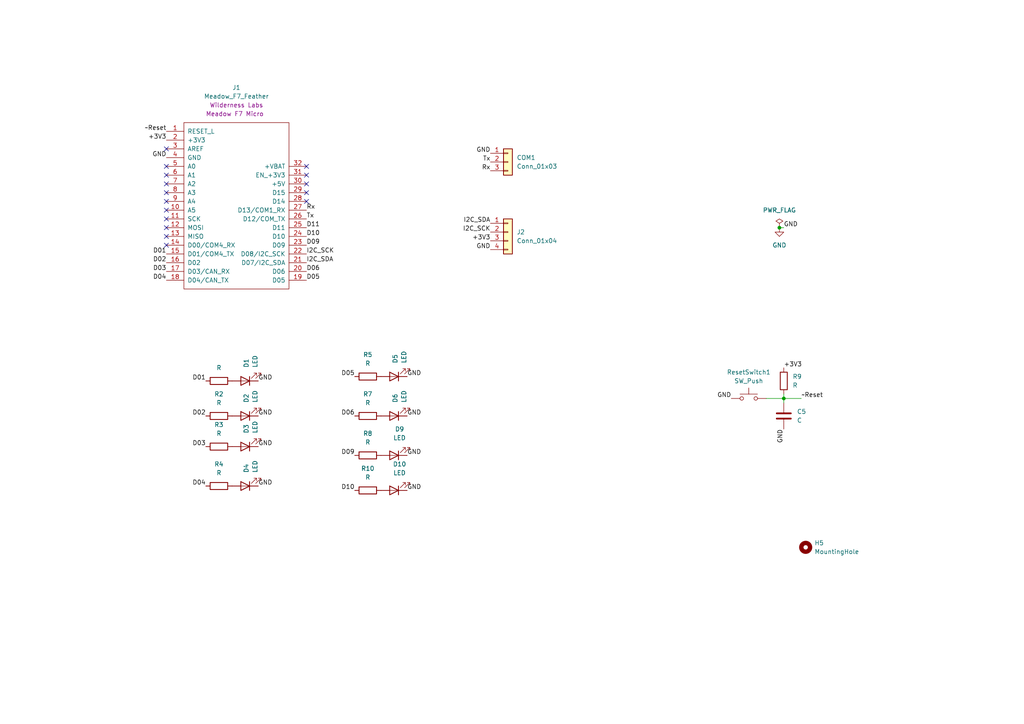
<source format=kicad_sch>
(kicad_sch (version 20230121) (generator eeschema)
  (paper "A4")
  (lib_symbols
    (symbol "Connector_Generic:Conn_01x03" (pin_names (offset 1.016) hide)
      (property "Reference" "J" (at 0 5.08 0))
      (property "Value" "Conn_01x03" (at 0 -5.08 0))
      (symbol "Conn_01x03_1_1"
        (rectangle (start -1.27 -2.413) (end 0 -2.667) (stroke (width 0.1524)))
        (rectangle (start -1.27 0.127) (end 0 -0.127) (stroke (width 0.1524)))
        (rectangle (start -1.27 2.667) (end 0 2.413) (stroke (width 0.1524)))
        (rectangle (start -1.27 3.81) (end 1.27 -3.81) (stroke (width 0.254)) (fill (type background)))
        (pin passive line (at -5.08 2.54 0) (length 3.81) (name "Pin_1") (number "1"))
        (pin passive line (at -5.08 0 0) (length 3.81) (name "Pin_2") (number "2"))
        (pin passive line (at -5.08 -2.54 0) (length 3.81) (name "Pin_3") (number "3"))
      )
    )
    (symbol "Connector_Generic:Conn_01x04" (pin_names (offset 1.016) hide)
      (property "Reference" "J" (at 0 5.08 0))
      (property "Value" "Conn_01x04" (at 0 -7.62 0))
      (symbol "Conn_01x04_1_1"
        (rectangle (start -1.27 -4.953) (end 0 -5.207) (stroke (width 0.1524)))
        (rectangle (start -1.27 -2.413) (end 0 -2.667) (stroke (width 0.1524)))
        (rectangle (start -1.27 0.127) (end 0 -0.127) (stroke (width 0.1524)))
        (rectangle (start -1.27 2.667) (end 0 2.413) (stroke (width 0.1524)))
        (rectangle (start -1.27 3.81) (end 1.27 -6.35) (stroke (width 0.254)) (fill (type background)))
        (pin passive line (at -5.08 2.54 0) (length 3.81) (name "Pin_1") (number "1"))
        (pin passive line (at -5.08 0 0) (length 3.81) (name "Pin_2") (number "2"))
        (pin passive line (at -5.08 -2.54 0) (length 3.81) (name "Pin_3") (number "3"))
        (pin passive line (at -5.08 -5.08 0) (length 3.81) (name "Pin_4") (number "4"))
      )
    )
    (symbol "Device:C" (pin_numbers hide) (pin_names (offset 0.254))
      (property "Reference" "C" (at 0.635 2.54 0))
      (property "Value" "C" (at 0.635 -2.54 0))
      (symbol "C_0_1"
        (polyline (pts (xy -2.032 -0.762) (xy 2.032 -0.762)) (stroke (width 0.508)))
        (polyline (pts (xy -2.032 0.762) (xy 2.032 0.762)) (stroke (width 0.508)))
      )
      (symbol "C_1_1"
        (pin passive line (at 0 3.81 270) (length 2.794) (name "~") (number "1"))
        (pin passive line (at 0 -3.81 90) (length 2.794) (name "~") (number "2"))
      )
    )
    (symbol "Device:LED" (pin_numbers hide) (pin_names (offset 1.016) hide)
      (property "Reference" "D" (at 0 2.54 0))
      (property "Value" "LED" (at 0 -2.54 0))
      (symbol "LED_0_1"
        (polyline (pts (xy -1.27 -1.27) (xy -1.27 1.27)) (stroke (width 0.254)))
        (polyline (pts (xy -1.27 0) (xy 1.27 0)))
        (polyline (pts (xy 1.27 -1.27) (xy 1.27 1.27) (xy -1.27 0) (xy 1.27 -1.27)) (stroke (width 0.254)))
        (polyline (pts (xy -3.048 -0.762) (xy -4.572 -2.286) (xy -3.81 -2.286) (xy -4.572 -2.286) (xy -4.572 -1.524)))
        (polyline (pts (xy -1.778 -0.762) (xy -3.302 -2.286) (xy -2.54 -2.286) (xy -3.302 -2.286) (xy -3.302 -1.524)))
      )
      (symbol "LED_1_1"
        (pin passive line (at -3.81 0 0) (length 2.54) (name "K") (number "1"))
        (pin passive line (at 3.81 0 180) (length 2.54) (name "A") (number "2"))
      )
    )
    (symbol "Device:R" (pin_numbers hide) (pin_names (offset 0))
      (property "Reference" "R" (at 2.032 0 90))
      (property "Value" "R" (at 0 0 90))
      (symbol "R_0_1"
        (rectangle (start -1.016 -2.54) (end 1.016 2.54) (stroke (width 0.254)))
      )
      (symbol "R_1_1"
        (pin passive line (at 0 3.81 270) (length 1.27) (name "~") (number "1"))
        (pin passive line (at 0 -3.81 90) (length 1.27) (name "~") (number "2"))
      )
    )
    (symbol "MCU_Wilderness_Labs:Meadow_F7_Feather" (pin_names (offset 1.016))
      (property "Reference" "J" (at 19.05 10.16 0))
      (property "Value" "Meadow_F7_Feather" (at 20.32 -43.18 0))
      (property "MF" "Wilderness Labs" (at 12.7 12.7 0))
      (property "PN" "Meadow F7 Micro " (at 30.48 12.7 0))
      (symbol "Meadow_F7_Feather_0_1"
        (rectangle (start 5.08 7.62) (end 35.56 -40.64))
      )
      (symbol "Meadow_F7_Feather_1_1"
        (pin input line (at 0 5.08 0) (length 5.08) (name "RESET_L") (number "1"))
        (pin bidirectional line (at 0 -17.78 0) (length 5.08) (name "A5") (number "10"))
        (pin bidirectional line (at 0 -20.32 0) (length 5.08) (name "SCK") (number "11"))
        (pin bidirectional line (at 0 -22.86 0) (length 5.08) (name "MOSI") (number "12"))
        (pin bidirectional line (at 0 -25.4 0) (length 5.08) (name "MISO") (number "13"))
        (pin bidirectional line (at 0 -27.94 0) (length 5.08) (name "D00/COM4_RX") (number "14"))
        (pin bidirectional line (at 0 -30.48 0) (length 5.08) (name "D01/COM4_TX") (number "15"))
        (pin bidirectional line (at 0 -33.02 0) (length 5.08) (name "D02") (number "16"))
        (pin bidirectional line (at 0 -35.56 0) (length 5.08) (name "D03/CAN_RX") (number "17"))
        (pin bidirectional line (at 0 -38.1 0) (length 5.08) (name "D04/CAN_TX") (number "18"))
        (pin bidirectional line (at 40.64 -38.1 180) (length 5.08) (name "D05") (number "19"))
        (pin power_out line (at 0 2.54 0) (length 5.08) (name "+3V3") (number "2"))
        (pin bidirectional line (at 40.64 -35.56 180) (length 5.08) (name "D06") (number "20"))
        (pin bidirectional line (at 40.64 -33.02 180) (length 5.08) (name "D07/I2C_SDA") (number "21"))
        (pin bidirectional line (at 40.64 -30.48 180) (length 5.08) (name "D08/I2C_SCK") (number "22"))
        (pin bidirectional line (at 40.64 -27.94 180) (length 5.08) (name "D09") (number "23"))
        (pin bidirectional line (at 40.64 -25.4 180) (length 5.08) (name "D10") (number "24"))
        (pin bidirectional line (at 40.64 -22.86 180) (length 5.08) (name "D11") (number "25"))
        (pin bidirectional line (at 40.64 -20.32 180) (length 5.08) (name "D12/COM_TX") (number "26"))
        (pin bidirectional line (at 40.64 -17.78 180) (length 5.08) (name "D13/COM1_RX") (number "27"))
        (pin bidirectional line (at 40.64 -15.24 180) (length 5.08) (name "D14") (number "28"))
        (pin bidirectional line (at 40.64 -12.7 180) (length 5.08) (name "D15") (number "29"))
        (pin power_in line (at 0 0 0) (length 5.08) (name "AREF") (number "3"))
        (pin power_in line (at 40.64 -10.16 180) (length 5.08) (name "+5V") (number "30"))
        (pin input line (at 40.64 -7.62 180) (length 5.08) (name "EN_+3V3") (number "31"))
        (pin power_in line (at 40.64 -5.08 180) (length 5.08) (name "+VBAT") (number "32"))
        (pin power_in line (at 0 -2.54 0) (length 5.08) (name "GND") (number "4"))
        (pin bidirectional line (at 0 -5.08 0) (length 5.08) (name "A0") (number "5"))
        (pin bidirectional line (at 0 -7.62 0) (length 5.08) (name "A1") (number "6"))
        (pin input line (at 0 -10.16 0) (length 5.08) (name "A2") (number "7"))
        (pin bidirectional line (at 0 -12.7 0) (length 5.08) (name "A3") (number "8"))
        (pin bidirectional line (at 0 -15.24 0) (length 5.08) (name "A4") (number "9"))
      )
    )
    (symbol "Mechanical:MountingHole" (pin_names (offset 1.016))
      (property "Reference" "H" (at 0 5.08 0))
      (property "Value" "MountingHole" (at 0 3.175 0))
      (symbol "MountingHole_0_1"
        (circle (center 0 0) (radius 1.27) (stroke (width 1.27)))
      )
    )
    (symbol "Switch:SW_Push" (pin_numbers hide) (pin_names (offset 1.016) hide)
      (property "Reference" "SW" (at 1.27 2.54 0))
      (property "Value" "SW_Push" (at 0 -1.524 0))
      (symbol "SW_Push_0_1"
        (circle (center -2.032 0) (radius 0.508))
        (polyline (pts (xy 0 1.27) (xy 0 3.048)))
        (polyline (pts (xy 2.54 1.27) (xy -2.54 1.27)))
        (circle (center 2.032 0) (radius 0.508))
        (pin passive line (at -5.08 0 0) (length 2.54) (name "1") (number "1"))
        (pin passive line (at 5.08 0 180) (length 2.54) (name "2") (number "2"))
      )
    )
    (symbol "power:GND" (power) (pin_names (offset 0))
      (property "Value" "GND" (at 0 -3.81 0))
      (symbol "GND_0_1"
        (polyline (pts (xy 0 0) (xy 0 -1.27) (xy 1.27 -1.27) (xy 0 -2.54) (xy -1.27 -1.27) (xy 0 -1.27)))
      )
      (symbol "GND_1_1"
        (pin power_in line (at 0 0 270) (length 0) hide (name "GND") (number "1"))
      )
    )
    (symbol "power:PWR_FLAG" (power) (pin_numbers hide) (pin_names (offset 0) hide)
      (property "Value" "PWR_FLAG" (at 0 3.81 0))
      (symbol "PWR_FLAG_0_0"
        (pin power_out line (at 0 0 90) (length 0) (name "pwr") (number "1"))
      )
      (symbol "PWR_FLAG_0_1"
        (polyline (pts (xy 0 0) (xy 0 1.27) (xy -1.016 1.905) (xy 0 2.54) (xy 1.016 1.905) (xy 0 1.27)))
      )
    )
  )
  (junction (at 227.33 115.57))
  (junction (at 226.06 66.04))
  (no_connect (at 48.26 71.12))
  (no_connect (at 48.26 63.5))
  (no_connect (at 48.26 58.42))
  (no_connect (at 48.26 60.96))
  (no_connect (at 88.9 50.8))
  (no_connect (at 88.9 55.88))
  (no_connect (at 48.26 50.8))
  (no_connect (at 88.9 48.26))
  (no_connect (at 48.26 55.88))
  (no_connect (at 48.26 43.18))
  (no_connect (at 48.26 48.26))
  (no_connect (at 88.9 58.42))
  (no_connect (at 48.26 68.58))
  (no_connect (at 48.26 53.34))
  (no_connect (at 48.26 66.04))
  (no_connect (at 88.9 53.34))
  (wire (pts (xy 227.33 66.04) (xy 226.06 66.04)))
  (wire (pts (xy 227.33 115.57) (xy 227.33 114.3)))
  (wire (pts (xy 227.33 115.57) (xy 227.33 116.84)))
  (wire (pts (xy 222.25 115.57) (xy 227.33 115.57)))
  (wire (pts (xy 227.33 115.57) (xy 232.41 115.57)))
  (label "Rx" (at 88.9 60.96 0))
  (label "Tx" (at 142.24 46.99 180))
  (label "D04" (at 59.69 140.97 180))
  (label "D09" (at 102.87 132.08 180))
  (label "GND" (at 227.33 124.46 270))
  (label "I2C_SCK" (at 142.24 67.31 180))
  (label "D03" (at 48.26 78.74 180))
  (label "GND" (at 142.24 44.45 180))
  (label "D03" (at 59.69 129.54 180))
  (label "GND" (at 118.11 109.22 0))
  (label "GND" (at 118.11 132.08 0))
  (label "GND" (at 74.93 140.97 0))
  (label "+3V3" (at 142.24 69.85 180))
  (label "GND" (at 74.93 120.65 0))
  (label "GND" (at 118.11 142.24 0))
  (label "~Reset" (at 232.41 115.57 0))
  (label "D06" (at 88.9 78.74 0))
  (label "GND" (at 118.11 120.65 0))
  (label "GND" (at 48.26 45.72 180))
  (label "D05" (at 88.9 81.28 0))
  (label "GND" (at 74.93 129.54 0))
  (label "GND" (at 212.09 115.57 180))
  (label "GND" (at 227.33 66.04 0))
  (label "D02" (at 59.69 120.65 180))
  (label "D04" (at 48.26 81.28 180))
  (label "D10" (at 88.9 68.58 0))
  (label "GND" (at 74.93 110.49 0))
  (label "Rx" (at 142.24 49.53 180))
  (label "I2C_SCK" (at 88.9 73.66 0))
  (label "D01" (at 48.26 73.66 180))
  (label "+3V3" (at 48.26 40.64 180))
  (label "D05" (at 102.87 109.22 180))
  (label "D10" (at 102.87 142.24 180))
  (label "D11" (at 88.9 66.04 0))
  (label "~Reset" (at 48.26 38.1 180))
  (label "D02" (at 48.26 76.2 180))
  (label "+3V3" (at 227.33 106.68 0))
  (label "I2C_SDA" (at 88.9 76.2 0))
  (label "Tx" (at 88.9 63.5 0))
  (label "GND" (at 142.24 72.39 180))
  (label "D06" (at 102.87 120.65 180))
  (label "D09" (at 88.9 71.12 0))
  (label "I2C_SDA" (at 142.24 64.77 180))
  (label "D01" (at 59.69 110.49 180))
  (symbol (lib_id "power:PWR_FLAG") (at 226.06 66.04 0) (unit 1)
    (property "Reference" "#FLG02" (effects hide))
    (property "Value" "PWR_FLAG" (at 226.06 60.96 0))
  )
  (symbol (lib_id "Device:R") (at 106.68 132.08 90) (unit 1)
    (property "Reference" "R8" (at 106.68 125.73 90))
    (property "Value" "R" (at 106.68 128.27 90))
    (property "Footprint" "Resistor_SMD:R_0603_1608Metric_Pad0.98x0.95mm_HandSolder" (effects hide))
  )
  (symbol (lib_id "Connector_Generic:Conn_01x03") (at 147.32 46.99 0) (unit 1)
    (property "Reference" "COM1" (at 149.86 45.72 0) (effects (justify left)))
    (property "Value" "Conn_01x03" (at 149.86 48.26 0) (effects (justify left)))
    (property "Footprint" "Connector_PinHeader_2.54mm:PinHeader_1x03_P2.54mm_Vertical" (effects hide))
  )
  (symbol (lib_id "Device:LED") (at 71.12 140.97 180) (unit 1)
    (property "Reference" "D4" (at 71.4375 137.16 90) (effects (justify right)))
    (property "Value" "LED" (at 73.9775 137.16 90) (effects (justify right)))
    (property "Footprint" "LED_SMD:LED_0603_1608Metric_Pad1.05x0.95mm_HandSolder" (effects hide))
  )
  (symbol (lib_id "MCU_Wilderness_Labs:Meadow_F7_Feather") (at 48.26 43.18 0) (unit 1)
    (property "Reference" "J1" (at 68.58 25.4 0))
    (property "Value" "Meadow_F7_Feather" (at 68.58 27.94 0))
    (property "Footprint" "MCU_WildernessLabs:MeadowF7MicroFeatherOutline" (effects hide))
    (property "Datasheet" "https://store.wildernesslabs.co/collections/frontpage/products/meadow-f7" (effects hide))
    (property "MF" "Wilderness Labs" (at 68.58 30.48 0))
    (property "PN" "Meadow F7 Micro " (at 68.58 33.02 0))
  )
  (symbol (lib_id "Device:LED") (at 71.12 129.54 180) (unit 1)
    (property "Reference" "D3" (at 71.4375 125.73 90) (effects (justify right)))
    (property "Value" "LED" (at 73.9775 125.73 90) (effects (justify right)))
    (property "Footprint" "LED_SMD:LED_0603_1608Metric_Pad1.05x0.95mm_HandSolder" (effects hide))
  )
  (symbol (lib_id "Device:C") (at 227.33 120.65 0) (unit 1)
    (property "Reference" "C5" (at 231.14 119.38 0) (effects (justify left)))
    (property "Value" "C" (at 231.14 121.92 0) (effects (justify left)))
    (property "Footprint" "Capacitor_SMD:C_0603_1608Metric_Pad1.08x0.95mm_HandSolder" (effects hide))
  )
  (symbol (lib_id "Device:R") (at 63.5 140.97 90) (unit 1)
    (property "Reference" "R4" (at 63.5 134.62 90))
    (property "Value" "R" (at 63.5 137.16 90))
    (property "Footprint" "Resistor_SMD:R_0603_1608Metric_Pad0.98x0.95mm_HandSolder" (effects hide))
  )
  (symbol (lib_id "Mechanical:MountingHole") (at 233.68 158.75 0) (unit 1)
    (property "Reference" "H5" (at 236.22 157.48 0) (effects (justify left)))
    (property "Value" "MountingHole" (at 236.22 160.02 0) (effects (justify left)))
    (property "Footprint" "MountingHole:MountingHole_2.5mm" (effects hide))
  )
  (symbol (lib_id "Device:LED") (at 114.3 120.65 180) (unit 1)
    (property "Reference" "D6" (at 114.6175 116.84 90) (effects (justify right)))
    (property "Value" "LED" (at 117.1575 116.84 90) (effects (justify right)))
    (property "Footprint" "LED_SMD:LED_0603_1608Metric_Pad1.05x0.95mm_HandSolder" (effects hide))
  )
  (symbol (lib_id "Device:LED") (at 71.12 110.49 180) (unit 1)
    (property "Reference" "D1" (at 71.4375 106.68 90) (effects (justify right)))
    (property "Value" "LED" (at 73.9775 106.68 90) (effects (justify right)))
    (property "Footprint" "LED_SMD:LED_0603_1608Metric_Pad1.05x0.95mm_HandSolder" (effects hide))
  )
  (symbol (lib_id "Device:R") (at 63.5 110.49 90) (unit 1)
    (property "Reference" "R1" (effects hide))
    (property "Value" "R" (at 63.5 106.68 90))
    (property "Footprint" "Resistor_SMD:R_0603_1608Metric_Pad0.98x0.95mm_HandSolder" (effects hide))
  )
  (symbol (lib_id "Device:R") (at 106.68 120.65 90) (unit 1)
    (property "Reference" "R7" (at 106.68 114.3 90))
    (property "Value" "R" (at 106.68 116.84 90))
    (property "Footprint" "Resistor_SMD:R_0603_1608Metric_Pad0.98x0.95mm_HandSolder" (effects hide))
  )
  (symbol (lib_id "Device:R") (at 106.68 109.22 90) (unit 1)
    (property "Reference" "R5" (at 106.68 102.87 90))
    (property "Value" "R" (at 106.68 105.41 90))
    (property "Footprint" "Resistor_SMD:R_0603_1608Metric_Pad0.98x0.95mm_HandSolder" (effects hide))
  )
  (symbol (lib_id "Switch:SW_Push") (at 217.17 115.57 0) (unit 1)
    (property "Reference" "ResetSwitch1" (at 217.17 107.95 0))
    (property "Value" "SW_Push" (at 217.17 110.49 0))
    (property "Footprint" "Connector_PinHeader_2.54mm:PinHeader_1x03_P2.54mm_Vertical" (effects hide))
  )
  (symbol (lib_id "Device:LED") (at 114.3 109.22 180) (unit 1)
    (property "Reference" "D5" (at 114.6175 105.41 90) (effects (justify right)))
    (property "Value" "LED" (at 117.1575 105.41 90) (effects (justify right)))
    (property "Footprint" "LED_SMD:LED_0603_1608Metric_Pad1.05x0.95mm_HandSolder" (effects hide))
  )
  (symbol (lib_id "Device:R") (at 63.5 129.54 90) (unit 1)
    (property "Reference" "R3" (at 63.5 123.19 90))
    (property "Value" "R" (at 63.5 125.73 90))
    (property "Footprint" "Resistor_SMD:R_0603_1608Metric_Pad0.98x0.95mm_HandSolder" (effects hide))
  )
  (symbol (lib_id "power:GND") (at 226.06 66.04 0) (unit 1)
    (property "Reference" "#PWR01" (effects hide))
    (property "Value" "GND" (at 226.06 71.12 0))
  )
  (symbol (lib_id "Device:R") (at 106.68 142.24 90) (unit 1)
    (property "Reference" "R10" (at 106.68 135.89 90))
    (property "Value" "R" (at 106.68 138.43 90))
    (property "Footprint" "Resistor_SMD:R_0603_1608Metric_Pad0.98x0.95mm_HandSolder" (effects hide))
  )
  (symbol (lib_id "Device:R") (at 63.5 120.65 90) (unit 1)
    (property "Reference" "R2" (at 63.5 114.3 90))
    (property "Value" "R" (at 63.5 116.84 90))
    (property "Footprint" "Resistor_SMD:R_0603_1608Metric_Pad0.98x0.95mm_HandSolder" (effects hide))
  )
  (symbol (lib_id "Device:LED") (at 114.3 132.08 180) (unit 1)
    (property "Reference" "D9" (at 115.8875 124.46 0))
    (property "Value" "LED" (at 115.8875 127 0))
    (property "Footprint" "LED_SMD:LED_0603_1608Metric_Pad1.05x0.95mm_HandSolder" (effects hide))
  )
  (symbol (lib_id "Device:LED") (at 71.12 120.65 180) (unit 1)
    (property "Reference" "D2" (at 71.4375 116.84 90) (effects (justify right)))
    (property "Value" "LED" (at 73.9775 116.84 90) (effects (justify right)))
    (property "Footprint" "LED_SMD:LED_0603_1608Metric_Pad1.05x0.95mm_HandSolder" (effects hide))
  )
  (symbol (lib_id "Connector_Generic:Conn_01x04") (at 147.32 67.31 0) (unit 1)
    (property "Reference" "J2" (at 149.86 67.31 0) (effects (justify left)))
    (property "Value" "Conn_01x04" (at 149.86 69.85 0) (effects (justify left)))
    (property "Footprint" "Connector_PinHeader_2.54mm:PinHeader_1x04_P2.54mm_Vertical" (effects hide))
  )
  (symbol (lib_id "Device:R") (at 227.33 110.49 0) (unit 1)
    (property "Reference" "R9" (at 229.87 109.22 0) (effects (justify left)))
    (property "Value" "R" (at 229.87 111.76 0) (effects (justify left)))
    (property "Footprint" "Resistor_SMD:R_0603_1608Metric_Pad0.98x0.95mm_HandSolder" (effects hide))
  )
  (symbol (lib_id "Device:LED") (at 114.3 142.24 180) (unit 1)
    (property "Reference" "D10" (at 115.8875 134.62 0))
    (property "Value" "LED" (at 115.8875 137.16 0))
    (property "Footprint" "LED_SMD:LED_0603_1608Metric_Pad1.05x0.95mm_HandSolder" (effects hide))
  )
)
</source>
